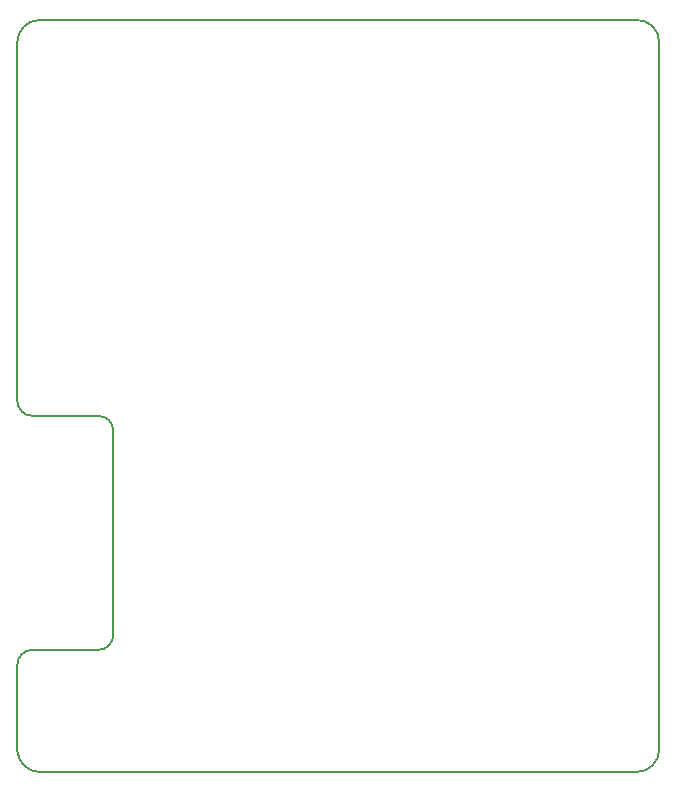
<source format=gm1>
G04 #@! TF.GenerationSoftware,KiCad,Pcbnew,5.0.2+dfsg1-1*
G04 #@! TF.CreationDate,2021-03-27T14:43:42+01:00*
G04 #@! TF.ProjectId,WiC64_Plugin,57694336-345f-4506-9c75-67696e2e6b69,v0.6*
G04 #@! TF.SameCoordinates,Original*
G04 #@! TF.FileFunction,Profile,NP*
%FSLAX46Y46*%
G04 Gerber Fmt 4.6, Leading zero omitted, Abs format (unit mm)*
G04 Created by KiCad (PCBNEW 5.0.2+dfsg1-1) date Sa 27 Mär 2021 14:43:42 CET*
%MOMM*%
%LPD*%
G01*
G04 APERTURE LIST*
%ADD10C,0.200000*%
G04 APERTURE END LIST*
D10*
X130302000Y-110972600D02*
X130302000Y-128244600D01*
X122174000Y-78105000D02*
X122174000Y-108432600D01*
X122174000Y-130810000D02*
X122174000Y-138099800D01*
X176530000Y-78232000D02*
X176530000Y-137972800D01*
X124079000Y-76200000D02*
X174498000Y-76200000D01*
X124053600Y-139877800D02*
X174599600Y-139877800D01*
X123444000Y-129540000D02*
X129006600Y-129540000D01*
X123444000Y-109728000D02*
X129006600Y-109728000D01*
X129032000Y-129538636D02*
G75*
G03X130302000Y-128270000I0J1270001D01*
G01*
X123444000Y-129540000D02*
G75*
G03X122174000Y-130808550I0J-1270001D01*
G01*
X129032000Y-109728000D02*
G75*
G02X130302000Y-110998000I0J-1270000D01*
G01*
X123444000Y-109728000D02*
G75*
G02X122174000Y-108458000I0J1270000D01*
G01*
X122174000Y-78105000D02*
G75*
G02X124079000Y-76200000I1905000J0D01*
G01*
X124079000Y-139877800D02*
G75*
G02X122174000Y-138095571I0J1909229D01*
G01*
X174498000Y-76200000D02*
G75*
G02X176530000Y-78232000I127000J-1905000D01*
G01*
X176530000Y-137972800D02*
G75*
G02X174625000Y-139877800I-1905000J0D01*
G01*
M02*

</source>
